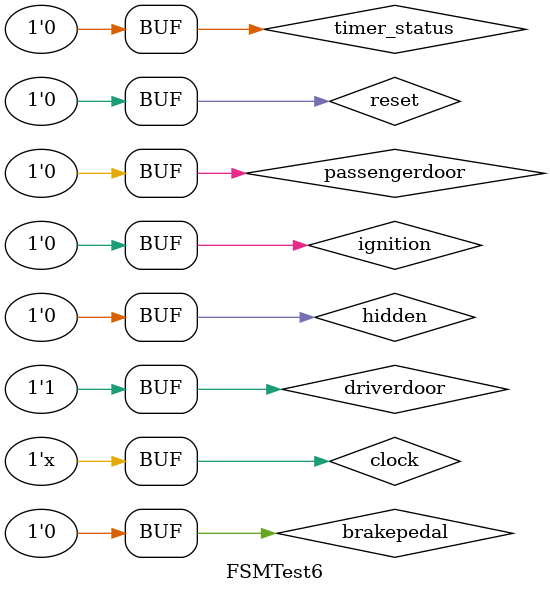
<source format=v>
`timescale 1ns / 1ps

module FSMTest6;

	// Inputs
	reg clock;
	reg passengerdoor;
	reg driverdoor;
	reg ignition;
	reg hidden;
	reg brakepedal;
	reg timer_status;
	reg reset;

	// Outputs
	wire [3:0] state;

	// Instantiate the Unit Under Test (UUT)
	FSM uut (
		.clock(clock), 
		.passengerdoor(passengerdoor), 
		.driverdoor(driverdoor), 
		.ignition(ignition), 
		.hidden(hidden), 
		.brakepedal(brakepedal), 
		.timer_status(timer_status), 
		.reset(reset), 
		.state(state)
	);

	always begin
		#5 clock = ~clock;
	end
	
	initial begin
		// Initialize Inputs
		clock = 0;
		passengerdoor = 0;
		driverdoor = 0;
		ignition = 1;
		hidden = 0;
		brakepedal = 0;
		timer_status = 0;
		reset = 0;

		// Wait 100 ns for global reset to finish
		/*
		#100;
		ignition = 1;
		*/
		
		#100;
		ignition = 0;
		driverdoor = 1;
		
        
		// Add stimulus here

	end
      
endmodule


</source>
